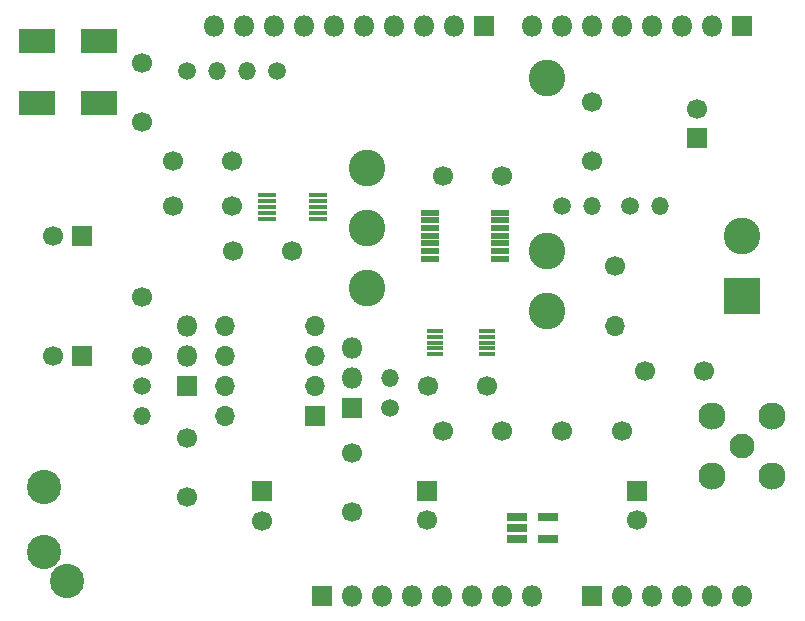
<source format=gts>
%TF.GenerationSoftware,KiCad,Pcbnew,5.1.6-c6e7f7d~87~ubuntu16.04.1*%
%TF.CreationDate,2020-08-09T11:03:00+09:00*%
%TF.ProjectId,Akashi-07,416b6173-6869-42d3-9037-2e6b69636164,rev?*%
%TF.SameCoordinates,Original*%
%TF.FileFunction,Soldermask,Top*%
%TF.FilePolarity,Negative*%
%FSLAX46Y46*%
G04 Gerber Fmt 4.6, Leading zero omitted, Abs format (unit mm)*
G04 Created by KiCad (PCBNEW 5.1.6-c6e7f7d~87~ubuntu16.04.1) date 2020-08-09 11:03:00*
%MOMM*%
%LPD*%
G01*
G04 APERTURE LIST*
%ADD10R,1.660000X0.750000*%
%ADD11C,1.700000*%
%ADD12O,1.700000X1.700000*%
%ADD13R,3.100000X2.080000*%
%ADD14R,1.800000X1.800000*%
%ADD15O,1.800000X1.800000*%
%ADD16C,2.900000*%
%ADD17C,3.100000*%
%ADD18R,1.700000X1.700000*%
%ADD19R,1.427899X0.339400*%
%ADD20R,1.550000X0.550000*%
%ADD21R,1.500000X0.400000*%
%ADD22C,1.500000*%
%ADD23O,1.500000X1.500000*%
%ADD24R,3.100000X3.100000*%
%ADD25C,2.300000*%
%ADD26C,2.100000*%
G04 APERTURE END LIST*
D10*
%TO.C,U5*%
X156130000Y-115255000D03*
X156130000Y-116205000D03*
X156130000Y-117155000D03*
X158830000Y-117155000D03*
X158830000Y-115255000D03*
%TD*%
D11*
%TO.C,L1*%
X164465000Y-93980000D03*
D12*
X164465000Y-99060000D03*
%TD*%
D11*
%TO.C,C1*%
X124460000Y-81835000D03*
X124460000Y-76835000D03*
%TD*%
D13*
%TO.C,X1*%
X115570000Y-74930000D03*
X115570000Y-80190000D03*
X120770000Y-80190000D03*
X120770000Y-74930000D03*
%TD*%
D11*
%TO.C,C12*%
X124460000Y-101600000D03*
X124460000Y-96600000D03*
%TD*%
D14*
%TO.C,JP2*%
X128270000Y-104140000D03*
D15*
X128270000Y-101600000D03*
X128270000Y-99060000D03*
%TD*%
D14*
%TO.C,JP1*%
X142240000Y-106045000D03*
D15*
X142240000Y-103505000D03*
X142240000Y-100965000D03*
%TD*%
D16*
%TO.C,J3*%
X116110000Y-112750000D03*
X116110000Y-118250000D03*
X118110000Y-120650000D03*
%TD*%
D14*
%TO.C,J6*%
X153416000Y-73660000D03*
D15*
X150876000Y-73660000D03*
X148336000Y-73660000D03*
X145796000Y-73660000D03*
X143256000Y-73660000D03*
X140716000Y-73660000D03*
X138176000Y-73660000D03*
X135636000Y-73660000D03*
X133096000Y-73660000D03*
X130556000Y-73660000D03*
%TD*%
D17*
%TO.C,TP4*%
X143510000Y-95885000D03*
%TD*%
%TO.C,TP3*%
X143510000Y-90805000D03*
%TD*%
D18*
%TO.C,U4*%
X139065000Y-106680000D03*
D12*
X131445000Y-99060000D03*
X139065000Y-104140000D03*
X131445000Y-101600000D03*
X139065000Y-101600000D03*
X131445000Y-104140000D03*
X139065000Y-99060000D03*
X131445000Y-106680000D03*
%TD*%
D19*
%TO.C,U3*%
X153651348Y-99499999D03*
X153651348Y-100000001D03*
X153651348Y-100500000D03*
X153651348Y-100999999D03*
X153651348Y-101500001D03*
X149224652Y-101500001D03*
X149224652Y-100999999D03*
X149224652Y-100500000D03*
X149224652Y-100000001D03*
X149224652Y-99499999D03*
%TD*%
D20*
%TO.C,U2*%
X148815000Y-89490000D03*
X148815000Y-90140000D03*
X148815000Y-90790000D03*
X148815000Y-91440000D03*
X148815000Y-92090000D03*
X148815000Y-92740000D03*
X148815000Y-93390000D03*
X154715000Y-93390000D03*
X154715000Y-92740000D03*
X154715000Y-92090000D03*
X154715000Y-91440000D03*
X154715000Y-90790000D03*
X154715000Y-90140000D03*
X154715000Y-89490000D03*
%TD*%
D21*
%TO.C,U1*%
X134960000Y-88000000D03*
X134960000Y-88500000D03*
X134960000Y-89000000D03*
X134960000Y-89500000D03*
X134960000Y-90000000D03*
X139360000Y-90000000D03*
X139360000Y-89500000D03*
X139360000Y-89000000D03*
X139360000Y-88500000D03*
X139360000Y-88000000D03*
%TD*%
D17*
%TO.C,TP6*%
X158750000Y-92710000D03*
%TD*%
%TO.C,TP5*%
X158750000Y-97790000D03*
%TD*%
%TO.C,TP2*%
X143510000Y-85725000D03*
%TD*%
%TO.C,TP1*%
X158750000Y-78105000D03*
%TD*%
D22*
%TO.C,R6*%
X124460000Y-104140000D03*
D23*
X124460000Y-106680000D03*
%TD*%
D22*
%TO.C,R5*%
X145415000Y-106045000D03*
D23*
X145415000Y-103505000D03*
%TD*%
D22*
%TO.C,R4*%
X165735000Y-88900000D03*
D23*
X168275000Y-88900000D03*
%TD*%
D22*
%TO.C,R3*%
X160020000Y-88900000D03*
D23*
X162560000Y-88900000D03*
%TD*%
D22*
%TO.C,R2*%
X128270000Y-77470000D03*
D23*
X130810000Y-77470000D03*
%TD*%
D22*
%TO.C,R1*%
X135890000Y-77470000D03*
D23*
X133350000Y-77470000D03*
%TD*%
D14*
%TO.C,J7*%
X175260000Y-73660000D03*
D15*
X172720000Y-73660000D03*
X170180000Y-73660000D03*
X167640000Y-73660000D03*
X165100000Y-73660000D03*
X162560000Y-73660000D03*
X160020000Y-73660000D03*
X157480000Y-73660000D03*
%TD*%
D14*
%TO.C,J5*%
X162560000Y-121920000D03*
D15*
X165100000Y-121920000D03*
X167640000Y-121920000D03*
X170180000Y-121920000D03*
X172720000Y-121920000D03*
X175260000Y-121920000D03*
%TD*%
D14*
%TO.C,J4*%
X139700000Y-121920000D03*
D15*
X142240000Y-121920000D03*
X144780000Y-121920000D03*
X147320000Y-121920000D03*
X149860000Y-121920000D03*
X152400000Y-121920000D03*
X154940000Y-121920000D03*
X157480000Y-121920000D03*
%TD*%
D24*
%TO.C,J2*%
X175260000Y-96520000D03*
D17*
X175260000Y-91440000D03*
%TD*%
D25*
%TO.C,J1*%
X177800000Y-111760000D03*
X172720000Y-111760000D03*
X172720000Y-106680000D03*
X177800000Y-106680000D03*
D26*
X175260000Y-109220000D03*
%TD*%
D18*
%TO.C,C19*%
X166370000Y-113030000D03*
D11*
X166370000Y-115530000D03*
%TD*%
%TO.C,C18*%
X160020000Y-107950000D03*
X165020000Y-107950000D03*
%TD*%
%TO.C,C17*%
X154940000Y-107950000D03*
X149940000Y-107950000D03*
%TD*%
D18*
%TO.C,C16*%
X148590000Y-113030000D03*
D11*
X148590000Y-115530000D03*
%TD*%
D18*
%TO.C,C15*%
X119380000Y-91440000D03*
D11*
X116880000Y-91440000D03*
%TD*%
D18*
%TO.C,C14*%
X119380000Y-101600000D03*
D11*
X116880000Y-101600000D03*
%TD*%
D18*
%TO.C,C13*%
X134620000Y-113070000D03*
D11*
X134620000Y-115570000D03*
%TD*%
%TO.C,C10*%
X128270000Y-108585000D03*
X128270000Y-113585000D03*
%TD*%
%TO.C,C11*%
X142240000Y-109855000D03*
X142240000Y-114855000D03*
%TD*%
%TO.C,C9*%
X153670000Y-104140000D03*
X148670000Y-104140000D03*
%TD*%
%TO.C,C8*%
X154940000Y-86360000D03*
X149940000Y-86360000D03*
%TD*%
D18*
%TO.C,C7*%
X171450000Y-83185000D03*
D11*
X171450000Y-80685000D03*
%TD*%
%TO.C,C6*%
X162560000Y-85090000D03*
X162560000Y-80090000D03*
%TD*%
%TO.C,C5*%
X167005000Y-102870000D03*
X172005000Y-102870000D03*
%TD*%
%TO.C,C4*%
X132080000Y-85090000D03*
X127080000Y-85090000D03*
%TD*%
%TO.C,C3*%
X137160000Y-92710000D03*
X132160000Y-92710000D03*
%TD*%
%TO.C,C2*%
X132080000Y-88900000D03*
X127080000Y-88900000D03*
%TD*%
M02*

</source>
